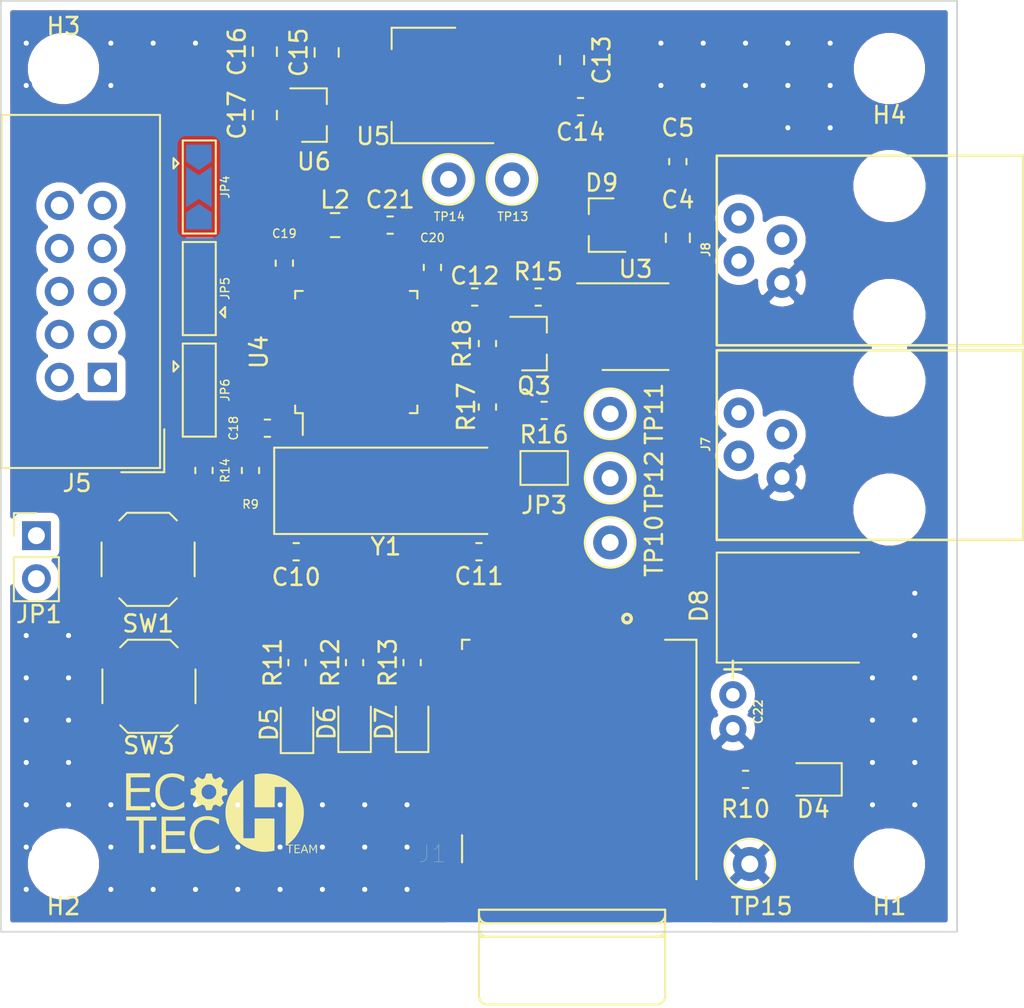
<source format=kicad_pcb>
(kicad_pcb (version 20171130) (host pcbnew 5.1.5-52549c5~84~ubuntu18.04.1)
  (layers (0 F.Cu signal) (31 B.Cu signal) (34 B.Paste user hide) (35 F.Paste user hide) (36 B.SilkS user) (37 F.SilkS user) (38 B.Mask user) (39 F.Mask user) (44 Edge.Cuts user))
  (net 0 "")
  (net 1 GND)
  (net 2 +12V)
  (net 3 "Net-(C10-Pad1)")
  (net 4 "Net-(C11-Pad1)")
  (net 5 +3V3)
  (net 6 +5V)
  (net 7 +3.3VA)
  (net 8 "Net-(D4-Pad2)")
  (net 9 "Net-(D5-Pad2)")
  (net 10 "Net-(D6-Pad2)")
  (net 11 "Net-(D7-Pad2)")
  (net 12 /B)
  (net 13 /A)
  (net 14 "Net-(J1-Pad1)")
  (net 15 /CS)
  (net 16 /MOSI)
  (net 17 /SCK)
  (net 18 /MISO)
  (net 19 "Net-(J1-Pad8)")
  (net 20 "Net-(J5-Pad9)")
  (net 21 "Net-(J5-Pad8)")
  (net 22 "Net-(J5-Pad7)")
  (net 23 /6)
  (net 24 "Net-(J5-Pad5)")
  (net 25 /4)
  (net 26 "Net-(J5-Pad3)")
  (net 27 /2)
  (net 28 "Net-(J5-Pad1)")
  (net 29 /RST)
  (net 30 "Net-(JP3-Pad1)")
  (net 31 /SWDIO)
  (net 32 /SWCLK)
  (net 33 "Net-(Q3-Pad3)")
  (net 34 /TX)
  (net 35 /LED1)
  (net 36 /LED2)
  (net 37 /LED3)
  (net 38 "Net-(R14-Pad1)")
  (net 39 "Net-(R17-Pad1)")
  (net 40 "Net-(SW3-Pad1)")
  (net 41 /RX)
  (net 42 "Net-(U4-Pad46)")
  (net 43 "Net-(U4-Pad45)")
  (net 44 "Net-(U4-Pad43)")
  (net 45 "Net-(U4-Pad42)")
  (net 46 "Net-(U4-Pad41)")
  (net 47 "Net-(U4-Pad40)")
  (net 48 "Net-(U4-Pad39)")
  (net 49 "Net-(U4-Pad33)")
  (net 50 "Net-(U4-Pad32)")
  (net 51 "Net-(U4-Pad31)")
  (net 52 "Net-(U4-Pad30)")
  (net 53 "Net-(U4-Pad29)")
  (net 54 "Net-(U4-Pad28)")
  (net 55 "Net-(U4-Pad27)")
  (net 56 "Net-(U4-Pad26)")
  (net 57 "Net-(U4-Pad25)")
  (net 58 "Net-(U4-Pad19)")
  (net 59 "Net-(U4-Pad18)")
  (net 60 "Net-(U4-Pad10)")
  (net 61 "Net-(U4-Pad4)")
  (net 62 "Net-(U4-Pad3)")
  (net 63 "Net-(U4-Pad2)")
  (module Package_SO:SOIC-8_3.9x4.9mm_P1.27mm (layer F.Cu) (at 141 119.25)
    (fp_text reference U3 (at 0 -3.4) (layer F.SilkS))
    (fp_text value MAX485E)
    (pad 8 smd roundrect (at 2.475 -1.905) (size 1.95 0.6) (layers F.Cu F.Paste F.Mask) (net 5 +3V3))
    (pad 7 smd roundrect (at 2.475 -0.635) (size 1.95 0.6) (layers F.Cu F.Paste F.Mask) (net 12 /B))
    (pad 6 smd roundrect (at 2.475 0.635) (size 1.95 0.6) (layers F.Cu F.Paste F.Mask) (net 13 /A))
    (pad 5 smd roundrect (at 2.475 1.905) (size 1.95 0.6) (layers F.Cu F.Paste F.Mask) (net 1 GND))
    (pad 4 smd roundrect (at -2.475 1.905) (size 1.95 0.6) (layers F.Cu F.Paste F.Mask) (net 34 /TX))
    (pad 3 smd roundrect (at -2.475 0.635) (size 1.95 0.6) (layers F.Cu F.Paste F.Mask) (net 33 "Net-(Q3-Pad3)"))
    (pad 2 smd roundrect (at -2.475 -0.635) (size 1.95 0.6) (layers F.Cu F.Paste F.Mask) (net 33 "Net-(Q3-Pad3)"))
    (pad 1 smd roundrect (at -2.475 -1.905) (size 1.95 0.6) (layers F.Cu F.Paste F.Mask) (net 41 /RX))
  )
  (module Footprints:Crystal_SMD_HC49-SD (layer F.Cu) (at 126.35 128.95)
    (fp_text reference Y1 (at -0.1 3.3) (layer F.SilkS))
    (fp_text value 8Mhz)
    (pad 2 smd rect (at 4.25 0) (size 4.5 2) (layers F.Cu F.Paste F.Mask) (net 4 "Net-(C11-Pad1)"))
    (pad 1 smd rect (at -4.25 0) (size 4.5 2) (layers F.Cu F.Paste F.Mask) (net 3 "Net-(C10-Pad1)"))
  )
  (module Package_TO_SOT_SMD:SOT-23 (layer F.Cu) (at 122 106.75)
    (fp_text reference U6 (at 0 2.75) (layer F.SilkS))
    (fp_text value MCP1700-3302E_SOT23)
    (pad 3 smd rect (at 1 0) (size 0.9 0.8) (layers F.Cu F.Paste F.Mask) (net 6 +5V))
    (pad 2 smd rect (at -1 0.95) (size 0.9 0.8) (layers F.Cu F.Paste F.Mask) (net 5 +3V3))
    (pad 1 smd rect (at -1 -0.95) (size 0.9 0.8) (layers F.Cu F.Paste F.Mask) (net 1 GND))
  )
  (module Package_TO_SOT_SMD:SOT-223-3_TabPin2 (layer F.Cu) (at 128.5 105 180)
    (fp_text reference U5 (at 3 -3) (layer F.SilkS))
    (fp_text value LD1117S50TR_SOT223)
    (pad 1 smd rect (at -3.15 -2.3 180) (size 2 1.5) (layers F.Cu F.Paste F.Mask) (net 1 GND))
    (pad 3 smd rect (at -3.15 2.3 180) (size 2 1.5) (layers F.Cu F.Paste F.Mask) (net 2 +12V))
    (pad 2 smd rect (at -3.15 0 180) (size 2 1.5) (layers F.Cu F.Paste F.Mask) (net 6 +5V))
    (pad 2 smd rect (at 3.15 0 180) (size 2 3.8) (layers F.Cu F.Paste F.Mask) (net 6 +5V))
  )
  (module Package_QFP:LQFP-48_7x7mm_P0.5mm (layer F.Cu) (at 124.5 120.75 90)
    (fp_text reference U4 (at 0 -5.75 270) (layer F.SilkS))
    (fp_text value STM32F103C8Tx)
    (pad 1 smd roundrect (at -4.1625 -2.75 90) (size 1.475 0.3) (layers F.Cu F.Paste F.Mask) (net 5 +3V3))
    (pad 2 smd roundrect (at -4.1625 -2.25 90) (size 1.475 0.3) (layers F.Cu F.Paste F.Mask) (net 63 "Net-(U4-Pad2)"))
    (pad 3 smd roundrect (at -4.1625 -1.75 90) (size 1.475 0.3) (layers F.Cu F.Paste F.Mask) (net 62 "Net-(U4-Pad3)"))
    (pad 4 smd roundrect (at -4.1625 -1.25 90) (size 1.475 0.3) (layers F.Cu F.Paste F.Mask) (net 61 "Net-(U4-Pad4)"))
    (pad 5 smd roundrect (at -4.1625 -0.75 90) (size 1.475 0.3) (layers F.Cu F.Paste F.Mask) (net 3 "Net-(C10-Pad1)"))
    (pad 6 smd roundrect (at -4.1625 -0.25 90) (size 1.475 0.3) (layers F.Cu F.Paste F.Mask) (net 4 "Net-(C11-Pad1)"))
    (pad 7 smd roundrect (at -4.1625 0.25 90) (size 1.475 0.3) (layers F.Cu F.Paste F.Mask) (net 29 /RST))
    (pad 8 smd roundrect (at -4.1625 0.75 90) (size 1.475 0.3) (layers F.Cu F.Paste F.Mask) (net 1 GND))
    (pad 9 smd roundrect (at -4.1625 1.25 90) (size 1.475 0.3) (layers F.Cu F.Paste F.Mask) (net 7 +3.3VA))
    (pad 10 smd roundrect (at -4.1625 1.75 90) (size 1.475 0.3) (layers F.Cu F.Paste F.Mask) (net 60 "Net-(U4-Pad10)"))
    (pad 11 smd roundrect (at -4.1625 2.25 90) (size 1.475 0.3) (layers F.Cu F.Paste F.Mask) (net 37 /LED3))
    (pad 12 smd roundrect (at -4.1625 2.75 90) (size 1.475 0.3) (layers F.Cu F.Paste F.Mask) (net 36 /LED2))
    (pad 13 smd roundrect (at -2.75 4.1625 90) (size 0.3 1.475) (layers F.Cu F.Paste F.Mask) (net 35 /LED1))
    (pad 14 smd roundrect (at -2.25 4.1625 90) (size 0.3 1.475) (layers F.Cu F.Paste F.Mask) (net 15 /CS))
    (pad 15 smd roundrect (at -1.75 4.1625 90) (size 0.3 1.475) (layers F.Cu F.Paste F.Mask) (net 17 /SCK))
    (pad 16 smd roundrect (at -1.25 4.1625 90) (size 0.3 1.475) (layers F.Cu F.Paste F.Mask) (net 18 /MISO))
    (pad 17 smd roundrect (at -0.75 4.1625 90) (size 0.3 1.475) (layers F.Cu F.Paste F.Mask) (net 16 /MOSI))
    (pad 18 smd roundrect (at -0.25 4.1625 90) (size 0.3 1.475) (layers F.Cu F.Paste F.Mask) (net 59 "Net-(U4-Pad18)"))
    (pad 19 smd roundrect (at 0.25 4.1625 90) (size 0.3 1.475) (layers F.Cu F.Paste F.Mask) (net 58 "Net-(U4-Pad19)"))
    (pad 20 smd roundrect (at 0.75 4.1625 90) (size 0.3 1.475) (layers F.Cu F.Paste F.Mask) (net 39 "Net-(R17-Pad1)"))
    (pad 21 smd roundrect (at 1.25 4.1625 90) (size 0.3 1.475) (layers F.Cu F.Paste F.Mask) (net 34 /TX))
    (pad 22 smd roundrect (at 1.75 4.1625 90) (size 0.3 1.475) (layers F.Cu F.Paste F.Mask) (net 41 /RX))
    (pad 23 smd roundrect (at 2.25 4.1625 90) (size 0.3 1.475) (layers F.Cu F.Paste F.Mask) (net 1 GND))
    (pad 24 smd roundrect (at 2.75 4.1625 90) (size 0.3 1.475) (layers F.Cu F.Paste F.Mask) (net 5 +3V3))
    (pad 25 smd roundrect (at 4.1625 2.75 90) (size 1.475 0.3) (layers F.Cu F.Paste F.Mask) (net 57 "Net-(U4-Pad25)"))
    (pad 26 smd roundrect (at 4.1625 2.25 90) (size 1.475 0.3) (layers F.Cu F.Paste F.Mask) (net 56 "Net-(U4-Pad26)"))
    (pad 27 smd roundrect (at 4.1625 1.75 90) (size 1.475 0.3) (layers F.Cu F.Paste F.Mask) (net 55 "Net-(U4-Pad27)"))
    (pad 28 smd roundrect (at 4.1625 1.25 90) (size 1.475 0.3) (layers F.Cu F.Paste F.Mask) (net 54 "Net-(U4-Pad28)"))
    (pad 29 smd roundrect (at 4.1625 0.75 90) (size 1.475 0.3) (layers F.Cu F.Paste F.Mask) (net 53 "Net-(U4-Pad29)"))
    (pad 30 smd roundrect (at 4.1625 0.25 90) (size 1.475 0.3) (layers F.Cu F.Paste F.Mask) (net 52 "Net-(U4-Pad30)"))
    (pad 31 smd roundrect (at 4.1625 -0.25 90) (size 1.475 0.3) (layers F.Cu F.Paste F.Mask) (net 51 "Net-(U4-Pad31)"))
    (pad 32 smd roundrect (at 4.1625 -0.75 90) (size 1.475 0.3) (layers F.Cu F.Paste F.Mask) (net 50 "Net-(U4-Pad32)"))
    (pad 33 smd roundrect (at 4.1625 -1.25 90) (size 1.475 0.3) (layers F.Cu F.Paste F.Mask) (net 49 "Net-(U4-Pad33)"))
    (pad 34 smd roundrect (at 4.1625 -1.75 90) (size 1.475 0.3) (layers F.Cu F.Paste F.Mask) (net 31 /SWDIO))
    (pad 35 smd roundrect (at 4.1625 -2.25 90) (size 1.475 0.3) (layers F.Cu F.Paste F.Mask) (net 1 GND))
    (pad 36 smd roundrect (at 4.1625 -2.75 90) (size 1.475 0.3) (layers F.Cu F.Paste F.Mask) (net 5 +3V3))
    (pad 37 smd roundrect (at 2.75 -4.1625 90) (size 0.3 1.475) (layers F.Cu F.Paste F.Mask) (net 32 /SWCLK))
    (pad 38 smd roundrect (at 2.25 -4.1625 90) (size 0.3 1.475) (layers F.Cu F.Paste F.Mask) (net 40 "Net-(SW3-Pad1)"))
    (pad 39 smd roundrect (at 1.75 -4.1625 90) (size 0.3 1.475) (layers F.Cu F.Paste F.Mask) (net 48 "Net-(U4-Pad39)"))
    (pad 40 smd roundrect (at 1.25 -4.1625 90) (size 0.3 1.475) (layers F.Cu F.Paste F.Mask) (net 47 "Net-(U4-Pad40)"))
    (pad 41 smd roundrect (at 0.75 -4.1625 90) (size 0.3 1.475) (layers F.Cu F.Paste F.Mask) (net 46 "Net-(U4-Pad41)"))
    (pad 42 smd roundrect (at 0.25 -4.1625 90) (size 0.3 1.475) (layers F.Cu F.Paste F.Mask) (net 45 "Net-(U4-Pad42)"))
    (pad 43 smd roundrect (at -0.25 -4.1625 90) (size 0.3 1.475) (layers F.Cu F.Paste F.Mask) (net 44 "Net-(U4-Pad43)"))
    (pad 44 smd roundrect (at -0.75 -4.1625 90) (size 0.3 1.475) (layers F.Cu F.Paste F.Mask) (net 38 "Net-(R14-Pad1)"))
    (pad 45 smd roundrect (at -1.25 -4.1625 90) (size 0.3 1.475) (layers F.Cu F.Paste F.Mask) (net 43 "Net-(U4-Pad45)"))
    (pad 46 smd roundrect (at -1.75 -4.1625 90) (size 0.3 1.475) (layers F.Cu F.Paste F.Mask) (net 42 "Net-(U4-Pad46)"))
    (pad 47 smd roundrect (at -2.25 -4.1625 90) (size 0.3 1.475) (layers F.Cu F.Paste F.Mask) (net 1 GND))
    (pad 48 smd roundrect (at -2.75 -4.1625 90) (size 0.3 1.475) (layers F.Cu F.Paste F.Mask) (net 5 +3V3))
  )
  (module TestPoint:TestPoint_Loop_D1.80mm_Drill1.0mm_Beaded (layer F.Cu) (at 147.75 151)
    (fp_text reference TP15 (at 0.7 2.5) (layer F.SilkS))
    (fp_text value TestPoint)
    (pad 1 thru_hole circle (at 0 0) (size 2 2) (drill 1) (layers *.Cu *.Mask) (net 1 GND))
  )
  (module TestPoint:TestPoint_Loop_D1.80mm_Drill1.0mm_Beaded (layer F.Cu) (at 129.95 110.55)
    (fp_text reference TP14 (at 0.05 2.2) (layer F.SilkS) (effects (font (size 0.5 0.5) (thickness 0.08))))
    (fp_text value TestPoint)
    (pad 1 thru_hole circle (at 0 0) (size 2 2) (drill 1) (layers *.Cu *.Mask) (net 5 +3V3))
  )
  (module TestPoint:TestPoint_Loop_D1.80mm_Drill1.0mm_Beaded (layer F.Cu) (at 133.7 110.55)
    (fp_text reference TP13 (at 0.05 2.2) (layer F.SilkS) (effects (font (size 0.5 0.5) (thickness 0.08))))
    (fp_text value TestPoint)
    (pad 1 thru_hole circle (at 0 0) (size 2 2) (drill 1) (layers *.Cu *.Mask) (net 6 +5V))
  )
  (module TestPoint:TestPoint_Loop_D1.80mm_Drill1.0mm_Beaded (layer F.Cu) (at 139.5 128.2)
    (fp_text reference TP12 (at 2.6 0.2 90) (layer F.SilkS))
    (fp_text value TestPoint)
    (pad 1 thru_hole circle (at 0 0) (size 2 2) (drill 1) (layers *.Cu *.Mask) (net 13 /A))
  )
  (module TestPoint:TestPoint_Loop_D1.80mm_Drill1.0mm_Beaded (layer F.Cu) (at 139.5 124.4)
    (fp_text reference TP11 (at 2.6 0 90) (layer F.SilkS))
    (fp_text value TestPoint)
    (pad 1 thru_hole circle (at 0 0) (size 2 2) (drill 1) (layers *.Cu *.Mask) (net 12 /B))
  )
  (module TestPoint:TestPoint_Loop_D1.80mm_Drill1.0mm_Beaded (layer F.Cu) (at 139.5 132)
    (fp_text reference TP10 (at 2.6 0.2 90) (layer F.SilkS))
    (fp_text value TestPoint)
    (pad 1 thru_hole circle (at 0 0) (size 2 2) (drill 1) (layers *.Cu *.Mask) (net 2 +12V))
  )
  (module Button_Switch_SMD:SW_SPST_TL3342 (layer F.Cu) (at 112.25 140.5)
    (fp_text reference SW3 (at 0 3.5) (layer F.SilkS))
    (fp_text value SW_Push)
    (pad 2 smd rect (at 3.15 1.9) (size 1.7 1) (layers F.Cu F.Paste F.Mask) (net 1 GND))
    (pad 2 smd rect (at -3.15 1.9) (size 1.7 1) (layers F.Cu F.Paste F.Mask) (net 1 GND))
    (pad 1 smd rect (at 3.15 -1.9) (size 1.7 1) (layers F.Cu F.Paste F.Mask) (net 40 "Net-(SW3-Pad1)"))
    (pad 1 smd rect (at -3.15 -1.9) (size 1.7 1) (layers F.Cu F.Paste F.Mask) (net 40 "Net-(SW3-Pad1)"))
  )
  (module Button_Switch_SMD:SW_SPST_TL3342 (layer F.Cu) (at 112.2 133 180)
    (fp_text reference SW1 (at 0 -3.8) (layer F.SilkS))
    (fp_text value SW_Push)
    (pad 2 smd rect (at 3.15 1.9 180) (size 1.7 1) (layers F.Cu F.Paste F.Mask) (net 29 /RST))
    (pad 2 smd rect (at -3.15 1.9 180) (size 1.7 1) (layers F.Cu F.Paste F.Mask) (net 29 /RST))
    (pad 1 smd rect (at 3.15 -1.9 180) (size 1.7 1) (layers F.Cu F.Paste F.Mask) (net 1 GND))
    (pad 1 smd rect (at -3.15 -1.9 180) (size 1.7 1) (layers F.Cu F.Paste F.Mask) (net 1 GND))
  )
  (module Resistor_SMD:R_0603_1608Metric (layer F.Cu) (at 132.25 120.25 270)
    (fp_text reference R18 (at 0 1.5 90) (layer F.SilkS))
    (fp_text value 10k)
    (pad 2 smd roundrect (at 0.7875 0 270) (size 0.875 0.95) (layers F.Cu F.Paste F.Mask) (net 1 GND))
    (pad 1 smd roundrect (at -0.7875 0 270) (size 0.875 0.95) (layers F.Cu F.Paste F.Mask) (net 34 /TX))
  )
  (module Resistor_SMD:R_0603_1608Metric (layer F.Cu) (at 132.25 124 270)
    (fp_text reference R17 (at 0 1.25 90) (layer F.SilkS))
    (fp_text value 100k)
    (pad 2 smd roundrect (at 0.7875 0 270) (size 0.875 0.95) (layers F.Cu F.Paste F.Mask) (net 1 GND))
    (pad 1 smd roundrect (at -0.7875 0 270) (size 0.875 0.95) (layers F.Cu F.Paste F.Mask) (net 39 "Net-(R17-Pad1)"))
  )
  (module Resistor_SMD:R_0603_1608Metric (layer F.Cu) (at 135.6 124.2 180)
    (fp_text reference R16 (at 0 -1.43) (layer F.SilkS))
    (fp_text value 120)
    (pad 2 smd roundrect (at 0.7875 0 180) (size 0.875 0.95) (layers F.Cu F.Paste F.Mask) (net 30 "Net-(JP3-Pad1)"))
    (pad 1 smd roundrect (at -0.7875 0 180) (size 0.875 0.95) (layers F.Cu F.Paste F.Mask) (net 12 /B))
  )
  (module Resistor_SMD:R_0603_1608Metric (layer F.Cu) (at 135.25 117.5)
    (fp_text reference R15 (at 0 -1.5) (layer F.SilkS))
    (fp_text value 10k)
    (pad 2 smd roundrect (at 0.7875 0) (size 0.875 0.95) (layers F.Cu F.Paste F.Mask) (net 33 "Net-(Q3-Pad3)"))
    (pad 1 smd roundrect (at -0.7875 0) (size 0.875 0.95) (layers F.Cu F.Paste F.Mask) (net 5 +3V3))
  )
  (module Resistor_SMD:R_0603_1608Metric (layer F.Cu) (at 115.5 127.75 270)
    (fp_text reference R14 (at 0 -1.25 90) (layer F.SilkS) (effects (font (size 0.5 0.5) (thickness 0.08))))
    (fp_text value 100k)
    (pad 2 smd roundrect (at 0.7875 0 270) (size 0.875 0.95) (layers F.Cu F.Paste F.Mask) (net 1 GND))
    (pad 1 smd roundrect (at -0.7875 0 270) (size 0.875 0.95) (layers F.Cu F.Paste F.Mask) (net 38 "Net-(R14-Pad1)"))
  )
  (module Resistor_SMD:R_0603_1608Metric (layer F.Cu) (at 127.8 139.1 90)
    (fp_text reference R13 (at 0 -1.43 90) (layer F.SilkS))
    (fp_text value 1k)
    (pad 2 smd roundrect (at 0.7875 0 90) (size 0.875 0.95) (layers F.Cu F.Paste F.Mask) (net 37 /LED3))
    (pad 1 smd roundrect (at -0.7875 0 90) (size 0.875 0.95) (layers F.Cu F.Paste F.Mask) (net 11 "Net-(D7-Pad2)"))
  )
  (module Resistor_SMD:R_0603_1608Metric (layer F.Cu) (at 124.4 139.1 90)
    (fp_text reference R12 (at 0 -1.43 90) (layer F.SilkS))
    (fp_text value 1k)
    (pad 2 smd roundrect (at 0.7875 0 90) (size 0.875 0.95) (layers F.Cu F.Paste F.Mask) (net 36 /LED2))
    (pad 1 smd roundrect (at -0.7875 0 90) (size 0.875 0.95) (layers F.Cu F.Paste F.Mask) (net 10 "Net-(D6-Pad2)"))
  )
  (module Resistor_SMD:R_0603_1608Metric (layer F.Cu) (at 121 139.1 90)
    (fp_text reference R11 (at 0 -1.43 90) (layer F.SilkS))
    (fp_text value 1k)
    (pad 2 smd roundrect (at 0.7875 0 90) (size 0.875 0.95) (layers F.Cu F.Paste F.Mask) (net 35 /LED1))
    (pad 1 smd roundrect (at -0.7875 0 90) (size 0.875 0.95) (layers F.Cu F.Paste F.Mask) (net 9 "Net-(D5-Pad2)"))
  )
  (module Resistor_SMD:R_0603_1608Metric (layer F.Cu) (at 147.5 146)
    (fp_text reference R10 (at 0 1.75) (layer F.SilkS))
    (fp_text value 10k)
    (pad 2 smd roundrect (at 0.7875 0) (size 0.875 0.95) (layers F.Cu F.Paste F.Mask) (net 8 "Net-(D4-Pad2)"))
    (pad 1 smd roundrect (at -0.7875 0) (size 0.875 0.95) (layers F.Cu F.Paste F.Mask) (net 2 +12V))
  )
  (module Resistor_SMD:R_0603_1608Metric (layer F.Cu) (at 118.25 127.75 90)
    (fp_text reference R9 (at -2 0 180) (layer F.SilkS) (effects (font (size 0.5 0.5) (thickness 0.08))))
    (fp_text value 10k)
    (pad 2 smd roundrect (at 0.7875 0 90) (size 0.875 0.95) (layers F.Cu F.Paste F.Mask) (net 5 +3V3))
    (pad 1 smd roundrect (at -0.7875 0 90) (size 0.875 0.95) (layers F.Cu F.Paste F.Mask) (net 29 /RST))
  )
  (module Package_TO_SOT_SMD:SOT-23 (layer F.Cu) (at 135 120.25)
    (fp_text reference Q3 (at 0 2.5) (layer F.SilkS))
    (fp_text value Q_NMOS_GSD)
    (pad 3 smd rect (at 1 0) (size 0.9 0.8) (layers F.Cu F.Paste F.Mask) (net 33 "Net-(Q3-Pad3)"))
    (pad 2 smd rect (at -1 0.95) (size 0.9 0.8) (layers F.Cu F.Paste F.Mask) (net 1 GND))
    (pad 1 smd rect (at -1 -0.95) (size 0.9 0.8) (layers F.Cu F.Paste F.Mask) (net 34 /TX))
  )
  (module Inductor_SMD:L_0805_2012Metric (layer F.Cu) (at 123.25 113.25)
    (fp_text reference L2 (at 0 -1.5) (layer F.SilkS))
    (fp_text value 10u)
    (pad 2 smd roundrect (at 0.9375 0) (size 0.975 1.4) (layers F.Cu F.Paste F.Mask) (net 7 +3.3VA))
    (pad 1 smd roundrect (at -0.9375 0) (size 0.975 1.4) (layers F.Cu F.Paste F.Mask) (net 5 +3V3))
  )
  (module Jumper:SolderJumper-3_P2.0mm_Open_TrianglePad1.0x1.5mm (layer F.Cu) (at 115.2 123 270)
    (fp_text reference JP6 (at 0 -1.55 90) (layer F.SilkS) (effects (font (size 0.5 0.5) (thickness 0.08))))
    (fp_text value SolderJumper_3_Open)
    (pad 3 smd custom (at 2 0 90) (size 0.3 0.3) (layers F.Cu F.Mask) (net 27 /2) (options (clearance outline) (anchor rect)) (primitives (gr_poly (pts (xy -0.5 -0.75) (xy 0.5 -0.75) (xy 1 0) (xy 0.5 0.75) (xy -0.5 0.75)) (width 0))))
    (pad 2 smd custom (at 0 0 270) (size 0.3 0.3) (layers F.Cu) (net 32 /SWCLK) (options (clearance outline) (anchor rect)) (primitives (gr_poly (pts (xy -1.2 -0.75) (xy 1.2 -0.75) (xy 0.7 0) (xy 1.2 0.75) (xy -1.2 0.75) (xy -0.7 0)) (width 0))))
    (pad 1 smd custom (at -2 0 270) (size 0.3 0.3) (layers F.Cu F.Mask) (net 23 /6) (options (clearance outline) (anchor rect)) (primitives (gr_poly (pts (xy -0.5 -0.75) (xy 0.5 -0.75) (xy 1 0) (xy 0.5 0.75) (xy -0.5 0.75)) (width 0))))
  )
  (module Jumper:SolderJumper-3_P2.0mm_Open_TrianglePad1.0x1.5mm (layer F.Cu) (at 115.25 117 90)
    (fp_text reference JP5 (at 0 1.5 90) (layer F.SilkS) (effects (font (size 0.5 0.5) (thickness 0.08))))
    (fp_text value SolderJumper_3_Open)
    (pad 3 smd custom (at 2 0 270) (size 0.3 0.3) (layers F.Cu F.Mask) (net 24 "Net-(J5-Pad5)") (options (clearance outline) (anchor rect)) (primitives (gr_poly (pts (xy -0.5 -0.75) (xy 0.5 -0.75) (xy 1 0) (xy 0.5 0.75) (xy -0.5 0.75)) (width 0))))
    (pad 2 smd custom (at 0 0 90) (size 0.3 0.3) (layers F.Cu) (net 1 GND) (options (clearance outline) (anchor rect)) (primitives (gr_poly (pts (xy -1.2 -0.75) (xy 1.2 -0.75) (xy 0.7 0) (xy 1.2 0.75) (xy -1.2 0.75) (xy -0.7 0)) (width 0))))
    (pad 1 smd custom (at -2 0 90) (size 0.3 0.3) (layers F.Cu F.Mask) (net 26 "Net-(J5-Pad3)") (options (clearance outline) (anchor rect)) (primitives (gr_poly (pts (xy -0.5 -0.75) (xy 0.5 -0.75) (xy 1 0) (xy 0.5 0.75) (xy -0.5 0.75)) (width 0))))
  )
  (module Jumper:SolderJumper-3_P2.0mm_Open_TrianglePad1.0x1.5mm (layer F.Cu) (at 115.2 111 270)
    (fp_text reference JP4 (at 0 -1.55 90) (layer F.SilkS) (effects (font (size 0.5 0.5) (thickness 0.08))))
    (fp_text value SolderJumper_3_Open)
    (pad 3 smd custom (at 2 0 90) (size 0.3 0.3) (layers B.Cu F.Mask) (net 25 /4) (options (clearance outline) (anchor rect)) (primitives (gr_poly (pts (xy -0.5 -0.75) (xy 0.5 -0.75) (xy 1 0) (xy 0.5 0.75) (xy -0.5 0.75)) (width 0))))
    (pad 2 smd custom (at 0 0 270) (size 0.3 0.3) (layers B.Cu) (net 31 /SWDIO) (options (clearance outline) (anchor rect)) (primitives (gr_poly (pts (xy -1.2 -0.75) (xy 1.2 -0.75) (xy 0.7 0) (xy 1.2 0.75) (xy -1.2 0.75) (xy -0.7 0)) (width 0))))
    (pad 1 smd custom (at -2 0 270) (size 0.3 0.3) (layers B.Cu F.Mask) (net 27 /2) (options (clearance outline) (anchor rect)) (primitives (gr_poly (pts (xy -0.5 -0.75) (xy 0.5 -0.75) (xy 1 0) (xy 0.5 0.75) (xy -0.5 0.75)) (width 0))))
  )
  (module Jumper:SolderJumper-2_P1.3mm_Open_TrianglePad1.0x1.5mm (layer F.Cu) (at 135.6 127.6)
    (fp_text reference JP3 (at 0 2.2) (layer F.SilkS))
    (fp_text value Jumper_NO_Small)
    (pad 1 smd custom (at -0.725 0) (size 0.3 0.3) (layers F.Cu F.Mask) (net 30 "Net-(JP3-Pad1)") (options (clearance outline) (anchor rect)) (primitives (gr_poly (pts (xy -0.5 -0.75) (xy 0.5 -0.75) (xy 1 0) (xy 0.5 0.75) (xy -0.5 0.75)) (width 0))))
    (pad 2 smd custom (at 0.725 0) (size 0.3 0.3) (layers F.Cu F.Mask) (net 13 /A) (options (clearance outline) (anchor rect)) (primitives (gr_poly (pts (xy -0.65 -0.75) (xy 0.5 -0.75) (xy 0.5 0.75) (xy -0.65 0.75) (xy -0.15 0)) (width 0))))
  )
  (module Connector_PinHeader_2.54mm:PinHeader_1x02_P2.54mm_Vertical (layer F.Cu) (at 105.6 131.6)
    (fp_text reference JP1 (at 0.15 4.65) (layer F.SilkS))
    (fp_text value Jumper_NO_Small)
    (pad 2 thru_hole oval (at 0 2.54) (size 1.7 1.7) (drill 1) (layers *.Cu *.Mask) (net 29 /RST))
    (pad 1 thru_hole rect (at 0 0) (size 1.7 1.7) (drill 1) (layers *.Cu *.Mask) (net 28 "Net-(J5-Pad1)"))
  )
  (module Footprints:4P4C (layer F.Cu) (at 156 114.75 90)
    (fp_text reference J8 (at 0.05 -10.85 90) (layer F.SilkS) (effects (font (size 0.5 0.5) (thickness 0.1))))
    (fp_text value 4P4C)
    (pad "" np_thru_hole circle (at -3.81 0 90) (size 3.25 3.25) (drill 3.25) (layers *.Cu *.Mask))
    (pad "" np_thru_hole circle (at 3.81 0 90) (size 3.25 3.25) (drill 3.25) (layers *.Cu *.Mask))
    (pad 1 thru_hole circle (at -1.9 -6.35 90) (size 1.8 1.8) (drill 0.9) (layers *.Cu *.Mask) (net 1 GND))
    (pad 2 thru_hole circle (at -0.63 -8.89 90) (size 1.8 1.8) (drill 0.9) (layers *.Cu *.Mask) (net 2 +12V))
    (pad 4 thru_hole circle (at 1.91 -8.89 90) (size 1.8 1.8) (drill 0.9) (layers *.Cu *.Mask) (net 12 /B))
    (pad 3 thru_hole circle (at 0.64 -6.35 90) (size 1.8 1.8) (drill 0.9) (layers *.Cu *.Mask) (net 13 /A))
  )
  (module Footprints:4P4C (layer F.Cu) (at 156 126.25 90)
    (fp_text reference J7 (at 0.05 -10.85 90) (layer F.SilkS) (effects (font (size 0.5 0.5) (thickness 0.1))))
    (fp_text value 4P4C)
    (pad "" np_thru_hole circle (at -3.81 0 90) (size 3.25 3.25) (drill 3.25) (layers *.Cu *.Mask))
    (pad "" np_thru_hole circle (at 3.81 0 90) (size 3.25 3.25) (drill 3.25) (layers *.Cu *.Mask))
    (pad 1 thru_hole circle (at -1.9 -6.35 90) (size 1.8 1.8) (drill 0.9) (layers *.Cu *.Mask) (net 1 GND))
    (pad 2 thru_hole circle (at -0.63 -8.89 90) (size 1.8 1.8) (drill 0.9) (layers *.Cu *.Mask) (net 2 +12V))
    (pad 4 thru_hole circle (at 1.91 -8.89 90) (size 1.8 1.8) (drill 0.9) (layers *.Cu *.Mask) (net 12 /B))
    (pad 3 thru_hole circle (at 0.64 -6.35 90) (size 1.8 1.8) (drill 0.9) (layers *.Cu *.Mask) (net 13 /A))
  )
  (module Connector_IDC:IDC-Header_2x05_P2.54mm_Vertical (layer F.Cu) (at 109.5 122.25 180)
    (fp_text reference J5 (at 1.5 -6.25 180) (layer F.SilkS))
    (fp_text value Conn_02x05_Odd_Even)
    (pad 10 thru_hole oval (at 2.54 10.16 180) (size 1.7272 1.7272) (drill 1.016) (layers *.Cu *.Mask) (net 6 +5V))
    (pad 9 thru_hole oval (at 0 10.16 180) (size 1.7272 1.7272) (drill 1.016) (layers *.Cu *.Mask) (net 20 "Net-(J5-Pad9)"))
    (pad 8 thru_hole oval (at 2.54 7.62 180) (size 1.7272 1.7272) (drill 1.016) (layers *.Cu *.Mask) (net 21 "Net-(J5-Pad8)"))
    (pad 7 thru_hole oval (at 0 7.62 180) (size 1.7272 1.7272) (drill 1.016) (layers *.Cu *.Mask) (net 22 "Net-(J5-Pad7)"))
    (pad 6 thru_hole oval (at 2.54 5.08 180) (size 1.7272 1.7272) (drill 1.016) (layers *.Cu *.Mask) (net 23 /6))
    (pad 5 thru_hole oval (at 0 5.08 180) (size 1.7272 1.7272) (drill 1.016) (layers *.Cu *.Mask) (net 24 "Net-(J5-Pad5)"))
    (pad 4 thru_hole oval (at 2.54 2.54 180) (size 1.7272 1.7272) (drill 1.016) (layers *.Cu *.Mask) (net 25 /4))
    (pad 3 thru_hole oval (at 0 2.54 180) (size 1.7272 1.7272) (drill 1.016) (layers *.Cu *.Mask) (net 26 "Net-(J5-Pad3)"))
    (pad 2 thru_hole oval (at 2.54 0 180) (size 1.7272 1.7272) (drill 1.016) (layers *.Cu *.Mask) (net 27 /2))
    (pad 1 thru_hole rect (at 0 0 180) (size 1.7272 1.7272) (drill 1.016) (layers *.Cu *.Mask) (net 28 "Net-(J5-Pad1)"))
  )
  (module Footprints:DM3AT-microSD (layer F.Cu) (at 137.25 138)
    (fp_text reference J1 (at -8.25 12.4) (layer F.SilkS) (effects (font (size 1.001528 1.001528) (thickness 0.015))))
    (fp_text value Micro_SD_Card)
    (pad 1 smd rect (at 3.2 0) (size 0.7 1.2) (layers F.Cu F.Paste F.Mask) (net 14 "Net-(J1-Pad1)"))
    (pad 2 smd rect (at 2.1 0) (size 0.7 1.2) (layers F.Cu F.Paste F.Mask) (net 15 /CS))
    (pad 3 smd rect (at 1 0) (size 0.7 1.2) (layers F.Cu F.Paste F.Mask) (net 16 /MOSI))
    (pad 4 smd rect (at -0.1 0) (size 0.7 1.2) (layers F.Cu F.Paste F.Mask) (net 5 +3V3))
    (pad 5 smd rect (at -1.2 0) (size 0.7 1.2) (layers F.Cu F.Paste F.Mask) (net 17 /SCK))
    (pad 6 smd rect (at -2.3 0) (size 0.7 1.2) (layers F.Cu F.Paste F.Mask) (net 1 GND))
    (pad 7 smd rect (at -3.4 0) (size 0.7 1.2) (layers F.Cu F.Paste F.Mask) (net 18 /MISO))
    (pad 8 smd rect (at -4.5 0) (size 0.7 1.2) (layers F.Cu F.Paste F.Mask) (net 19 "Net-(J1-Pad8)"))
    (pad SWB smd rect (at -5.45 0) (size 0.7 1.2) (layers F.Cu F.Paste F.Mask))
    (pad P4 smd rect (at 4.75 0) (size 1 1.2) (layers F.Cu F.Paste F.Mask))
    (pad P1 smd rect (at -6.4 4.3) (size 1 1.2) (layers F.Cu F.Paste F.Mask))
    (pad SWA smd rect (at -6.4 10.5) (size 1 0.8) (layers F.Cu F.Paste F.Mask))
    (pad P2 smd rect (at -6.4 14.65) (size 1 2.8) (layers F.Cu F.Paste F.Mask))
    (pad P3 smd rect (at 7.1 15.1) (size 1.3 1.9) (layers F.Cu F.Paste F.Mask))
  )
  (module MountingHole:MountingHole_3.2mm_M3 (layer F.Cu) (at 156 104)
    (fp_text reference H4 (at 0 2.75) (layer F.SilkS))
    (fp_text value MountingHole)
    (pad 1 np_thru_hole circle (at 0 0) (size 3.2 3.2) (drill 3.2) (layers *.Cu *.Mask))
  )
  (module MountingHole:MountingHole_3.2mm_M3 (layer F.Cu) (at 107.2 104)
    (fp_text reference H3 (at 0 -2.5) (layer F.SilkS))
    (fp_text value MountingHole)
    (pad 1 np_thru_hole circle (at 0 0) (size 3.2 3.2) (drill 3.2) (layers *.Cu *.Mask))
  )
  (module MountingHole:MountingHole_3.2mm_M3 (layer F.Cu) (at 107.2 151)
    (fp_text reference H2 (at 0 2.5) (layer F.SilkS))
    (fp_text value MountingHole)
    (pad 1 np_thru_hole circle (at 0 0) (size 3.2 3.2) (drill 3.2) (layers *.Cu *.Mask))
  )
  (module MountingHole:MountingHole_3.2mm_M3 (layer F.Cu) (at 156 151)
    (fp_text reference H1 (at 0 2.5) (layer F.SilkS))
    (fp_text value MountingHole)
    (pad 1 np_thru_hole circle (at 0 0) (size 3.2 3.2) (drill 3.2) (layers *.Cu *.Mask))
  )
  (module Footprints:EcoTech (layer F.Cu) (at 116.25 148.25)
    (fp_text reference G1 hide)
    (fp_text value "EchoTech Team" hide)
  )
  (module Package_TO_SOT_SMD:SOT-23 (layer F.Cu) (at 139 113.25 180)
    (fp_text reference D9 (at 0 2.5) (layer F.SilkS))
    (fp_text value SM712.TCT)
    (pad 3 smd rect (at 1 0 180) (size 0.9 0.8) (layers F.Cu F.Paste F.Mask) (net 1 GND))
    (pad 2 smd rect (at -1 0.95 180) (size 0.9 0.8) (layers F.Cu F.Paste F.Mask) (net 12 /B))
    (pad 1 smd rect (at -1 -0.95 180) (size 0.9 0.8) (layers F.Cu F.Paste F.Mask) (net 13 /A))
  )
  (module Diode_SMD:D_SMC (layer F.Cu) (at 150.6 135.85)
    (fp_text reference D8 (at -5.85 -0.1 90) (layer F.SilkS))
    (fp_text value D_TVS_ALT)
    (pad 2 smd rect (at 3.4 0 90) (size 3.3 2.5) (layers F.Cu F.Paste F.Mask) (net 1 GND))
    (pad 1 smd rect (at -3.4 0 90) (size 3.3 2.5) (layers F.Cu F.Paste F.Mask) (net 2 +12V))
  )
  (module LED_SMD:LED_0805_2012Metric (layer F.Cu) (at 127.8 142.7 90)
    (fp_text reference D7 (at 0 -1.65 90) (layer F.SilkS))
    (fp_text value GREEN)
    (pad 2 smd roundrect (at 0.9375 0 90) (size 0.975 1.4) (layers F.Cu F.Paste F.Mask) (net 11 "Net-(D7-Pad2)"))
    (pad 1 smd roundrect (at -0.9375 0 90) (size 0.975 1.4) (layers F.Cu F.Paste F.Mask) (net 1 GND))
  )
  (module LED_SMD:LED_0805_2012Metric (layer F.Cu) (at 124.4 142.7 90)
    (fp_text reference D6 (at 0 -1.65 90) (layer F.SilkS))
    (fp_text value GREEN)
    (pad 2 smd roundrect (at 0.9375 0 90) (size 0.975 1.4) (layers F.Cu F.Paste F.Mask) (net 10 "Net-(D6-Pad2)"))
    (pad 1 smd roundrect (at -0.9375 0 90) (size 0.975 1.4) (layers F.Cu F.Paste F.Mask) (net 1 GND))
  )
  (module LED_SMD:LED_0805_2012Metric (layer F.Cu) (at 121 142.762 90)
    (fp_text reference D5 (at 0 -1.65 90) (layer F.SilkS))
    (fp_text value GREEN)
    (pad 2 smd roundrect (at 0.9375 0 90) (size 0.975 1.4) (layers F.Cu F.Paste F.Mask) (net 9 "Net-(D5-Pad2)"))
    (pad 1 smd roundrect (at -0.9375 0 90) (size 0.975 1.4) (layers F.Cu F.Paste F.Mask) (net 1 GND))
  )
  (module LED_SMD:LED_0805_2012Metric (layer F.Cu) (at 151.5 146 180)
    (fp_text reference D4 (at 0 -1.75) (layer F.SilkS))
    (fp_text value GREEN)
    (pad 2 smd roundrect (at 0.9375 0 180) (size 0.975 1.4) (layers F.Cu F.Paste F.Mask) (net 8 "Net-(D4-Pad2)"))
    (pad 1 smd roundrect (at -0.9375 0 180) (size 0.975 1.4) (layers F.Cu F.Paste F.Mask) (net 1 GND))
  )
  (module Footprints:C_Radial_D5.0mm_H11.0mm_P2.00mm (layer F.Cu) (at 146.75 141 270)
    (fp_text reference C22 (at 1 -1.5 90) (layer F.SilkS) (effects (font (size 0.5 0.5) (thickness 0.1))))
    (fp_text value 100u)
    (pad 2 thru_hole circle (at 2 0 270) (size 1.6 1.6) (drill 0.8) (layers *.Cu *.Mask) (net 1 GND))
    (pad 1 thru_hole circle (at 0 0 270) (size 1.6 1.6) (drill 0.8) (layers *.Cu *.Mask) (net 2 +12V))
  )
  (module Capacitor_SMD:C_0603_1608Metric (layer F.Cu) (at 126.5 113.25)
    (fp_text reference C21 (at 0 -1.5) (layer F.SilkS))
    (fp_text value 100n)
    (pad 2 smd roundrect (at 0.7875 0) (size 0.875 0.95) (layers F.Cu F.Paste F.Mask) (net 1 GND))
    (pad 1 smd roundrect (at -0.7875 0) (size 0.875 0.95) (layers F.Cu F.Paste F.Mask) (net 7 +3.3VA))
  )
  (module Capacitor_SMD:C_0603_1608Metric (layer F.Cu) (at 129 115.75 90)
    (fp_text reference C20 (at 1.75 0 180) (layer F.SilkS) (effects (font (size 0.5 0.5) (thickness 0.08))))
    (fp_text value 100n)
    (pad 2 smd roundrect (at 0.7875 0 90) (size 0.875 0.95) (layers F.Cu F.Paste F.Mask) (net 1 GND))
    (pad 1 smd roundrect (at -0.7875 0 90) (size 0.875 0.95) (layers F.Cu F.Paste F.Mask) (net 5 +3V3))
  )
  (module Capacitor_SMD:C_0603_1608Metric (layer F.Cu) (at 120.25 115.5 90)
    (fp_text reference C19 (at 1.75 0 180) (layer F.SilkS) (effects (font (size 0.5 0.5) (thickness 0.08))))
    (fp_text value 100n)
    (pad 2 smd roundrect (at 0.7875 0 90) (size 0.875 0.95) (layers F.Cu F.Paste F.Mask) (net 1 GND))
    (pad 1 smd roundrect (at -0.7875 0 90) (size 0.875 0.95) (layers F.Cu F.Paste F.Mask) (net 5 +3V3))
  )
  (module Capacitor_SMD:C_0603_1608Metric (layer F.Cu) (at 119.25 125.25 180)
    (fp_text reference C18 (at 2 0 270) (layer F.SilkS) (effects (font (size 0.5 0.5) (thickness 0.08))))
    (fp_text value 100n)
    (pad 2 smd roundrect (at 0.7875 0 180) (size 0.875 0.95) (layers F.Cu F.Paste F.Mask) (net 1 GND))
    (pad 1 smd roundrect (at -0.7875 0 180) (size 0.875 0.95) (layers F.Cu F.Paste F.Mask) (net 5 +3V3))
  )
  (module Capacitor_SMD:C_0805_2012Metric (layer F.Cu) (at 119.1 106.75 90)
    (fp_text reference C17 (at 0 -1.65 90) (layer F.SilkS))
    (fp_text value 1u)
    (pad 2 smd roundrect (at 0.9375 0 90) (size 0.975 1.4) (layers F.Cu F.Paste F.Mask) (net 1 GND))
    (pad 1 smd roundrect (at -0.9375 0 90) (size 0.975 1.4) (layers F.Cu F.Paste F.Mask) (net 5 +3V3))
  )
  (module Capacitor_SMD:C_0805_2012Metric (layer F.Cu) (at 119.1 103 90)
    (fp_text reference C16 (at 0 -1.65 90) (layer F.SilkS))
    (fp_text value 1u)
    (pad 2 smd roundrect (at 0.9375 0 90) (size 0.975 1.4) (layers F.Cu F.Paste F.Mask) (net 1 GND))
    (pad 1 smd roundrect (at -0.9375 0 90) (size 0.975 1.4) (layers F.Cu F.Paste F.Mask) (net 6 +5V))
  )
  (module Capacitor_SMD:C_0805_2012Metric (layer F.Cu) (at 122.75 103.05 90)
    (fp_text reference C15 (at 0 -1.65 90) (layer F.SilkS))
    (fp_text value 10u)
    (pad 2 smd roundrect (at 0.9375 0 90) (size 0.975 1.4) (layers F.Cu F.Paste F.Mask) (net 1 GND))
    (pad 1 smd roundrect (at -0.9375 0 90) (size 0.975 1.4) (layers F.Cu F.Paste F.Mask) (net 6 +5V))
  )
  (module Capacitor_SMD:C_0603_1608Metric (layer F.Cu) (at 137.75 106.25 180)
    (fp_text reference C14 (at 0 -1.5) (layer F.SilkS))
    (fp_text value 100n)
    (pad 2 smd roundrect (at 0.7875 0 180) (size 0.875 0.95) (layers F.Cu F.Paste F.Mask) (net 1 GND))
    (pad 1 smd roundrect (at -0.7875 0 180) (size 0.875 0.95) (layers F.Cu F.Paste F.Mask) (net 2 +12V))
  )
  (module Capacitor_SMD:C_0805_2012Metric (layer F.Cu) (at 137.25 103.5 90)
    (fp_text reference C13 (at 0 1.75 90) (layer F.SilkS))
    (fp_text value 10u)
    (pad 2 smd roundrect (at 0.9375 0 90) (size 0.975 1.4) (layers F.Cu F.Paste F.Mask) (net 1 GND))
    (pad 1 smd roundrect (at -0.9375 0 90) (size 0.975 1.4) (layers F.Cu F.Paste F.Mask) (net 2 +12V))
  )
  (module Capacitor_SMD:C_0603_1608Metric (layer F.Cu) (at 131.5 117.5)
    (fp_text reference C12 (at 0 -1.25) (layer F.SilkS))
    (fp_text value 100n)
    (pad 2 smd roundrect (at 0.7875 0) (size 0.875 0.95) (layers F.Cu F.Paste F.Mask) (net 1 GND))
    (pad 1 smd roundrect (at -0.7875 0) (size 0.875 0.95) (layers F.Cu F.Paste F.Mask) (net 5 +3V3))
  )
  (module Capacitor_SMD:C_0603_1608Metric (layer F.Cu) (at 131.75 132.55)
    (fp_text reference C11 (at 0 1.45) (layer F.SilkS))
    (fp_text value 22p)
    (pad 2 smd roundrect (at 0.7875 0) (size 0.875 0.95) (layers F.Cu F.Paste F.Mask) (net 1 GND))
    (pad 1 smd roundrect (at -0.7875 0) (size 0.875 0.95) (layers F.Cu F.Paste F.Mask) (net 4 "Net-(C11-Pad1)"))
  )
  (module Capacitor_SMD:C_0603_1608Metric (layer F.Cu) (at 120.95 132.55)
    (fp_text reference C10 (at 0 1.5) (layer F.SilkS))
    (fp_text value 22p)
    (pad 2 smd roundrect (at 0.7875 0) (size 0.875 0.95) (layers F.Cu F.Paste F.Mask) (net 1 GND))
    (pad 1 smd roundrect (at -0.7875 0) (size 0.875 0.95) (layers F.Cu F.Paste F.Mask) (net 3 "Net-(C10-Pad1)"))
  )
  (module Capacitor_SMD:C_0603_1608Metric (layer F.Cu) (at 143.5 109.5 90)
    (fp_text reference C5 (at 2 0 180) (layer F.SilkS))
    (fp_text value 100n)
    (pad 2 smd roundrect (at 0.7875 0 90) (size 0.875 0.95) (layers F.Cu F.Paste F.Mask) (net 1 GND))
    (pad 1 smd roundrect (at -0.7875 0 90) (size 0.875 0.95) (layers F.Cu F.Paste F.Mask) (net 2 +12V))
  )
  (module Capacitor_SMD:C_0805_2012Metric (layer F.Cu) (at 143.5 114 270)
    (fp_text reference C4 (at -2.25 0 180) (layer F.SilkS))
    (fp_text value 10u)
    (pad 2 smd roundrect (at 0.9375 0 270) (size 0.975 1.4) (layers F.Cu F.Paste F.Mask) (net 1 GND))
    (pad 1 smd roundrect (at -0.9375 0 270) (size 0.975 1.4) (layers F.Cu F.Paste F.Mask) (net 2 +12V))
  )
  (gr_line (start 160 100) (end 160 155) (layer Edge.Cuts) (width 0.1))
  (gr_line (start 103.5 100) (end 160 100) (layer Edge.Cuts) (width 0.1))
  (gr_line (start 103.5 155) (end 103.5 100) (layer Edge.Cuts) (width 0.1))
  (gr_line (start 160 155) (end 103.5 155) (layer Edge.Cuts) (width 0.1))
  (gr_line (start 160 100) (end 160 155) (layer Edge.Cuts) (width 0.1))
  (gr_line (start 160 155) (end 160 100) (layer Edge.Cuts) (width 0.05))
  (via (at 157.5 140) (size 0.7) (drill 0.3) (layers F.Cu B.Cu) (net 1))
  (via (at 157.5 142.5) (size 0.7) (drill 0.3) (layers F.Cu B.Cu) (net 1))
  (via (at 112.5 102.5) (size 0.7) (drill 0.3) (layers F.Cu B.Cu) (net 1))
  (via (at 115 102.5) (size 0.7) (drill 0.3) (layers F.Cu B.Cu) (net 1))
  (via (at 142.5 102.5) (size 0.7) (drill 0.3) (layers F.Cu B.Cu) (net 1))
  (via (at 145 102.5) (size 0.7) (drill 0.3) (layers F.Cu B.Cu) (net 1))
  (via (at 147.5 102.5) (size 0.7) (drill 0.3) (layers F.Cu B.Cu) (net 1))
  (via (at 150 102.5) (size 0.7) (drill 0.3) (layers F.Cu B.Cu) (net 1))
  (via (at 152.5 102.5) (size 0.7) (drill 0.3) (layers F.Cu B.Cu) (net 1))
  (via (at 152.5 105) (size 0.7) (drill 0.3) (layers F.Cu B.Cu) (net 1))
  (via (at 152.5 107.5) (size 0.7) (drill 0.3) (layers F.Cu B.Cu) (net 1))
  (via (at 142.5 105) (size 0.7) (drill 0.3) (layers F.Cu B.Cu) (net 1))
  (via (at 145 105) (size 0.7) (drill 0.3) (layers F.Cu B.Cu) (net 1))
  (via (at 147.5 105) (size 0.7) (drill 0.3) (layers F.Cu B.Cu) (net 1))
  (via (at 150 105) (size 0.7) (drill 0.3) (layers F.Cu B.Cu) (net 1))
  (via (at 150 107.5) (size 0.7) (drill 0.3) (layers F.Cu B.Cu) (net 1))
  (via (at 110 102.5) (size 0.7) (drill 0.3) (layers F.Cu B.Cu) (net 1))
  (via (at 110 105) (size 0.7) (drill 0.3) (layers F.Cu B.Cu) (net 1))
  (via (at 105 137.5) (size 0.7) (drill 0.3) (layers F.Cu B.Cu) (net 1))
  (via (at 105 140) (size 0.7) (drill 0.3) (layers F.Cu B.Cu) (net 1))
  (via (at 105 142.5) (size 0.7) (drill 0.3) (layers F.Cu B.Cu) (net 1))
  (via (at 105 145) (size 0.7) (drill 0.3) (layers F.Cu B.Cu) (net 1))
  (via (at 105 147.5) (size 0.7) (drill 0.3) (layers F.Cu B.Cu) (net 1))
  (via (at 105 150) (size 0.7) (drill 0.3) (layers F.Cu B.Cu) (net 1))
  (via (at 105 152.5) (size 0.7) (drill 0.3) (layers F.Cu B.Cu) (net 1))
  (via (at 110 152.5) (size 0.7) (drill 0.3) (layers F.Cu B.Cu) (net 1))
  (via (at 112.5 152.5) (size 0.7) (drill 0.3) (layers F.Cu B.Cu) (net 1))
  (via (at 115 152.5) (size 0.7) (drill 0.3) (layers F.Cu B.Cu) (net 1))
  (via (at 117.5 152.5) (size 0.7) (drill 0.3) (layers F.Cu B.Cu) (net 1))
  (via (at 120 152.5) (size 0.7) (drill 0.3) (layers F.Cu B.Cu) (net 1))
  (via (at 122.5 152.5) (size 0.7) (drill 0.3) (layers F.Cu B.Cu) (net 1))
  (via (at 125 152.5) (size 0.7) (drill 0.3) (layers F.Cu B.Cu) (net 1))
  (via (at 127.5 152.5) (size 0.7) (drill 0.3) (layers F.Cu B.Cu) (net 1))
  (via (at 127.5 150) (size 0.7) (drill 0.3) (layers F.Cu B.Cu) (net 1))
  (via (at 125 150) (size 0.7) (drill 0.3) (layers F.Cu B.Cu) (net 1))
  (via (at 122.5 150) (size 0.7) (drill 0.3) (layers F.Cu B.Cu) (net 1))
  (via (at 120 150) (size 0.7) (drill 0.3) (layers F.Cu B.Cu) (net 1))
  (via (at 117.5 150) (size 0.7) (drill 0.3) (layers F.Cu B.Cu) (net 1))
  (via (at 115 150) (size 0.7) (drill 0.3) (layers F.Cu B.Cu) (net 1))
  (via (at 112.5 150) (size 0.7) (drill 0.3) (layers F.Cu B.Cu) (net 1))
  (via (at 110 150) (size 0.7) (drill 0.3) (layers F.Cu B.Cu) (net 1))
  (via (at 110 147.5) (size 0.7) (drill 0.3) (layers F.Cu B.Cu) (net 1))
  (via (at 107.5 147.5) (size 0.7) (drill 0.3) (layers F.Cu B.Cu) (net 1))
  (via (at 112.5 147.5) (size 0.7) (drill 0.3) (layers F.Cu B.Cu) (net 1))
  (via (at 115 147.5) (size 0.7) (drill 0.3) (layers F.Cu B.Cu) (net 1))
  (via (at 117.5 147.5) (size 0.7) (drill 0.3) (layers F.Cu B.Cu) (net 1))
  (via (at 107.5 145) (size 0.7) (drill 0.3) (layers F.Cu B.Cu) (net 1))
  (via (at 107.5 142.5) (size 0.7) (drill 0.3) (layers F.Cu B.Cu) (net 1))
  (via (at 107.5 140) (size 0.7) (drill 0.3) (layers F.Cu B.Cu) (net 1))
  (via (at 107.5 137.5) (size 0.7) (drill 0.3) (layers F.Cu B.Cu) (net 1))
  (via (at 157.5 147.5) (size 0.7) (drill 0.3) (layers F.Cu B.Cu) (net 1))
  (via (at 155 147.5) (size 0.7) (drill 0.3) (layers F.Cu B.Cu) (net 1))
  (via (at 155 145) (size 0.7) (drill 0.3) (layers F.Cu B.Cu) (net 1))
  (via (at 157.5 145) (size 0.7) (drill 0.3) (layers F.Cu B.Cu) (net 1))
  (via (at 155 142.5) (size 0.7) (drill 0.3) (layers F.Cu B.Cu) (net 1))
  (via (at 155 140) (size 0.7) (drill 0.3) (layers F.Cu B.Cu) (net 1))
  (via (at 157.5 137.5) (size 0.7) (drill 0.3) (layers F.Cu B.Cu) (net 1))
  (via (at 157.5 135) (size 0.7) (drill 0.3) (layers F.Cu B.Cu) (net 1))
  (via (at 105 105) (size 0.7) (drill 0.3) (layers F.Cu B.Cu) (net 1))
  (via (at 105 102.5) (size 0.7) (drill 0.3) (layers F.Cu B.Cu) (net 1))
  (via (at 120 147.5) (size 0.7) (drill 0.3) (layers F.Cu B.Cu) (net 1))
  (via (at 122.5 147.5) (size 0.7) (drill 0.3) (layers F.Cu B.Cu) (net 1))
  (via (at 125 147.5) (size 0.7) (drill 0.3) (layers F.Cu B.Cu) (net 1))
  (via (at 127.5 147.5) (size 0.7) (drill 0.3) (layers F.Cu B.Cu) (net 1))
  (segment (start 119.1 107.6875) (end 119.1 107.688) (width 0.25) (layer F.Cu) (net 5))
  (segment (start 119.1 107.7) (end 119.1 107.688) (width 0.25) (layer F.Cu) (net 5))
  (segment (start 134.8435 124.231) (end 134.812 124.2) (width 0.25) (layer F.Cu) (net 30))
  (segment (start 134.875 124.262) (end 134.8435 124.231) (width 0.25) (layer F.Cu) (net 30))
  (segment (start 134.8435 124.231) (end 134.8125 124.2) (width 0.25) (layer F.Cu) (net 30))
  (zone (net 1) (net_name GND) (layer B.Cu) (connect_pads (clearance 0.508)) (min_thickness 0.254) (fill yes (arc_segments 32) (thermal_gap 0.508) (thermal_bridge_width 0.508))
    (polygon (pts (xy 160 155) (xy 103.5 155) (xy 103.5 100) (xy 160 100)))
  )
  (zone (net 1) (net_name GND) (layer F.Cu) (connect_pads (clearance 0.508)) (min_thickness 0.254) (fill yes (arc_segments 32) (thermal_gap 0.508) (thermal_bridge_width 0.508))
    (polygon (pts (xy 160 155) (xy 103.5 155) (xy 103.5 100) (xy 160 100)))
  )
)
</source>
